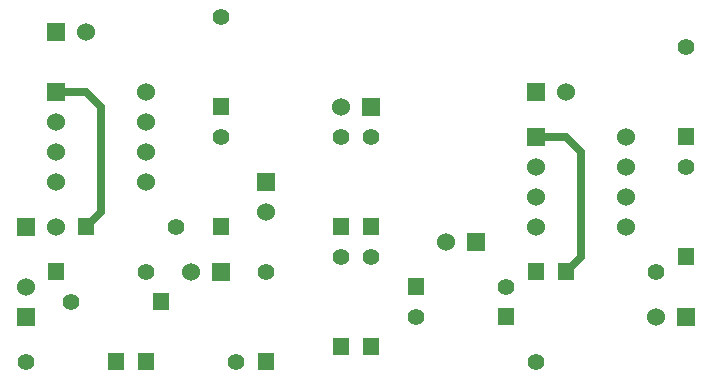
<source format=gbr>
G04 start of page 3 for group 1 idx 1 *
G04 Title: (unknown), bottom *
G04 Creator: pcb 20110918 *
G04 CreationDate: Sat 15 Jun 2013 04:56:44 AM GMT UTC *
G04 For: commonadmin *
G04 Format: Gerber/RS-274X *
G04 PCB-Dimensions: 600000 500000 *
G04 PCB-Coordinate-Origin: lower left *
%MOIN*%
%FSLAX25Y25*%
%LNBOTTOM*%
%ADD25C,0.0300*%
%ADD24C,0.0380*%
%ADD23C,0.0280*%
%ADD22C,0.0550*%
%ADD21C,0.0600*%
%ADD20C,0.0001*%
%ADD19C,0.0250*%
G54D19*X180000Y85000D02*X190000D01*
X195000Y80000D01*
Y45000D01*
X20000Y100000D02*X30000D01*
X35000Y95000D01*
Y60000D01*
X30000Y55000D01*
X195000Y45000D02*X190000Y40000D01*
G54D20*G36*
X177000Y88000D02*Y82000D01*
X183000D01*
Y88000D01*
X177000D01*
G37*
G54D21*X210000Y85000D03*
X180000Y75000D03*
X210000D03*
G54D20*G36*
X177000Y103000D02*Y97000D01*
X183000D01*
Y103000D01*
X177000D01*
G37*
G36*
X177250Y42750D02*Y37250D01*
X182750D01*
Y42750D01*
X177250D01*
G37*
G54D21*X190000Y100000D03*
G54D20*G36*
X187250Y42750D02*Y37250D01*
X192750D01*
Y42750D01*
X187250D01*
G37*
G36*
X227250Y87750D02*Y82250D01*
X232750D01*
Y87750D01*
X227250D01*
G37*
G36*
Y47750D02*Y42250D01*
X232750D01*
Y47750D01*
X227250D01*
G37*
G54D22*X230000Y75000D03*
Y115000D03*
G54D21*X20000Y70000D03*
X50000D03*
Y80000D03*
Y90000D03*
G54D20*G36*
X17000Y103000D02*Y97000D01*
X23000D01*
Y103000D01*
X17000D01*
G37*
G54D21*X20000Y90000D03*
Y80000D03*
G54D20*G36*
X17000Y123000D02*Y117000D01*
X23000D01*
Y123000D01*
X17000D01*
G37*
G54D21*X30000Y120000D03*
X50000Y100000D03*
G54D20*G36*
X17250Y42750D02*Y37250D01*
X22750D01*
Y42750D01*
X17250D01*
G37*
G36*
X7000Y58000D02*Y52000D01*
X13000D01*
Y58000D01*
X7000D01*
G37*
G54D22*X25000Y30000D03*
X10000Y10000D03*
G54D20*G36*
X7000Y28000D02*Y22000D01*
X13000D01*
Y28000D01*
X7000D01*
G37*
G54D21*X10000Y35000D03*
X20000Y55000D03*
G54D20*G36*
X27250Y57750D02*Y52250D01*
X32750D01*
Y57750D01*
X27250D01*
G37*
G36*
X37250Y12750D02*Y7250D01*
X42750D01*
Y12750D01*
X37250D01*
G37*
G36*
X47250D02*Y7250D01*
X52750D01*
Y12750D01*
X47250D01*
G37*
G54D22*X80000Y10000D03*
G54D20*G36*
X87250Y12750D02*Y7250D01*
X92750D01*
Y12750D01*
X87250D01*
G37*
G36*
X122250Y17750D02*Y12250D01*
X127750D01*
Y17750D01*
X122250D01*
G37*
G36*
X112250D02*Y12250D01*
X117750D01*
Y17750D01*
X112250D01*
G37*
G54D22*X50000Y40000D03*
X60000Y55000D03*
G54D20*G36*
X72000Y43000D02*Y37000D01*
X78000D01*
Y43000D01*
X72000D01*
G37*
G54D21*X65000Y40000D03*
G54D20*G36*
X52250Y32750D02*Y27250D01*
X57750D01*
Y32750D01*
X52250D01*
G37*
G36*
X112250Y57750D02*Y52250D01*
X117750D01*
Y57750D01*
X112250D01*
G37*
G36*
X72250Y97750D02*Y92250D01*
X77750D01*
Y97750D01*
X72250D01*
G37*
G36*
X122000Y98000D02*Y92000D01*
X128000D01*
Y98000D01*
X122000D01*
G37*
G54D21*X115000Y95000D03*
G54D22*X75000Y125000D03*
G54D20*G36*
X87000Y73000D02*Y67000D01*
X93000D01*
Y73000D01*
X87000D01*
G37*
G54D21*X90000Y60000D03*
G54D20*G36*
X72250Y57750D02*Y52250D01*
X77750D01*
Y57750D01*
X72250D01*
G37*
G54D22*X75000Y85000D03*
X90000Y40000D03*
X125000Y45000D03*
X115000D03*
G54D20*G36*
X122250Y57750D02*Y52250D01*
X127750D01*
Y57750D01*
X122250D01*
G37*
G54D22*X125000Y85000D03*
X115000D03*
G54D21*X180000Y65000D03*
Y55000D03*
X210000Y65000D03*
G54D20*G36*
X157000Y53000D02*Y47000D01*
X163000D01*
Y53000D01*
X157000D01*
G37*
G54D21*X150000Y50000D03*
X210000Y55000D03*
G54D22*X220000Y40000D03*
G54D20*G36*
X227000Y28000D02*Y22000D01*
X233000D01*
Y28000D01*
X227000D01*
G37*
G54D21*X220000Y25000D03*
G54D22*X180000Y10000D03*
G54D20*G36*
X137250Y37750D02*Y32250D01*
X142750D01*
Y37750D01*
X137250D01*
G37*
G54D22*X140000Y25000D03*
X170000Y35000D03*
G54D20*G36*
X167250Y27750D02*Y22250D01*
X172750D01*
Y27750D01*
X167250D01*
G37*
G54D23*G54D24*G54D25*G54D24*G54D25*G54D23*G54D24*G54D23*G54D25*G54D24*G54D25*G54D24*G54D25*G54D24*G54D25*G54D23*G54D25*G54D23*G54D25*M02*

</source>
